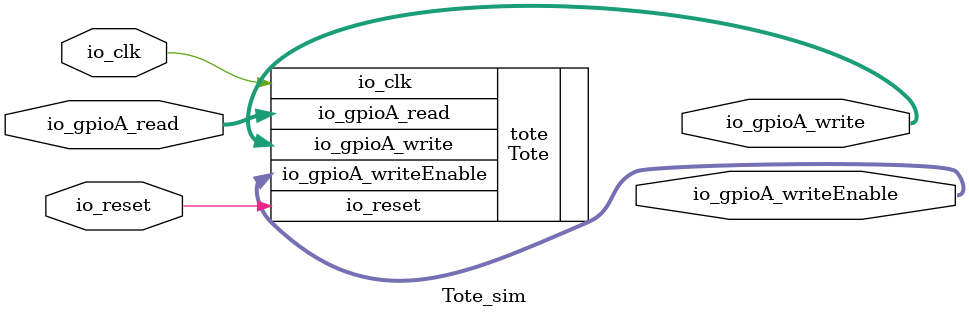
<source format=v>
`timescale 1ns / 1ps

module Tote_sim(
        input   io_clk,
        input   io_reset,
        input  [7:0] io_gpioA_read,
        output [7:0] io_gpioA_write,
        output [7:0] io_gpioA_writeEnable);

Tote tote(
    .io_clk(io_clk),
    .io_reset(io_reset),
    .io_gpioA_read(io_gpioA_read),
    .io_gpioA_write(io_gpioA_write),
    .io_gpioA_writeEnable(io_gpioA_writeEnable)
);

endmodule
</source>
